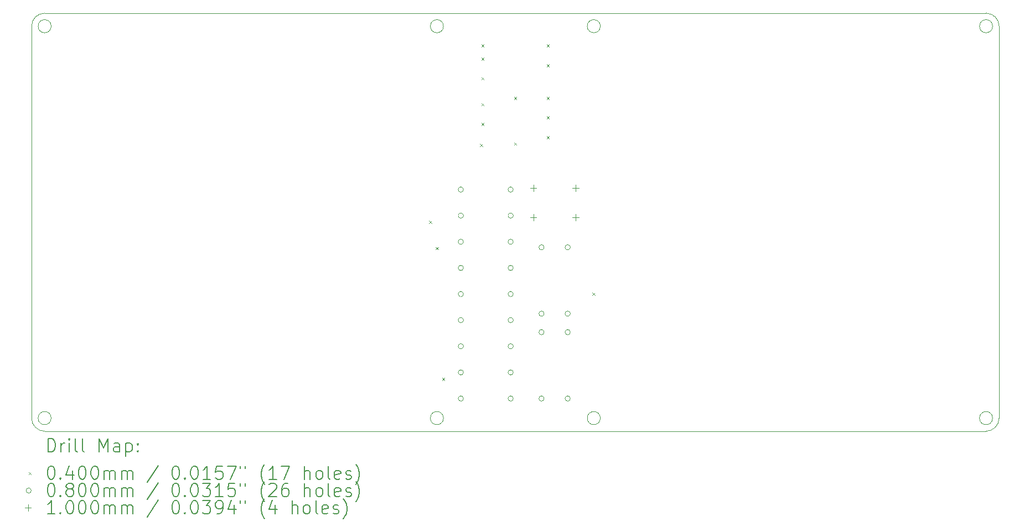
<source format=gbr>
%TF.GenerationSoftware,KiCad,Pcbnew,(6.0.10)*%
%TF.CreationDate,2023-02-27T14:47:55-08:00*%
%TF.ProjectId,Top PCB,546f7020-5043-4422-9e6b-696361645f70,rev?*%
%TF.SameCoordinates,Original*%
%TF.FileFunction,Drillmap*%
%TF.FilePolarity,Positive*%
%FSLAX45Y45*%
G04 Gerber Fmt 4.5, Leading zero omitted, Abs format (unit mm)*
G04 Created by KiCad (PCBNEW (6.0.10)) date 2023-02-27 14:47:55*
%MOMM*%
%LPD*%
G01*
G04 APERTURE LIST*
%ADD10C,0.100000*%
%ADD11C,0.200000*%
%ADD12C,0.040000*%
%ADD13C,0.080000*%
G04 APERTURE END LIST*
D10*
X21900000Y-11500000D02*
G75*
G03*
X22100000Y-11300000I0J200000D01*
G01*
X22000000Y-11300000D02*
G75*
G03*
X22000000Y-11300000I-100000J0D01*
G01*
X22100000Y-5300000D02*
X22100000Y-11300000D01*
X7500000Y-5100000D02*
X21900000Y-5100000D01*
X21900000Y-11500000D02*
X7500000Y-11500000D01*
X13600000Y-5300000D02*
G75*
G03*
X13600000Y-5300000I-100000J0D01*
G01*
X7300000Y-11300000D02*
X7300000Y-5300000D01*
X7500000Y-5100000D02*
G75*
G03*
X7300000Y-5300000I0J-200000D01*
G01*
X13600000Y-11300000D02*
G75*
G03*
X13600000Y-11300000I-100000J0D01*
G01*
X16000000Y-5300000D02*
G75*
G03*
X16000000Y-5300000I-100000J0D01*
G01*
X7300000Y-11300000D02*
G75*
G03*
X7500000Y-11500000I200000J0D01*
G01*
X7600000Y-11300000D02*
G75*
G03*
X7600000Y-11300000I-100000J0D01*
G01*
X22100000Y-5300000D02*
G75*
G03*
X21900000Y-5100000I-200000J0D01*
G01*
X16000000Y-11300000D02*
G75*
G03*
X16000000Y-11300000I-100000J0D01*
G01*
X7600000Y-5300000D02*
G75*
G03*
X7600000Y-5300000I-100000J0D01*
G01*
X22000000Y-5300000D02*
G75*
G03*
X22000000Y-5300000I-100000J0D01*
G01*
D11*
D12*
X13380000Y-8280000D02*
X13420000Y-8320000D01*
X13420000Y-8280000D02*
X13380000Y-8320000D01*
X13480000Y-8680000D02*
X13520000Y-8720000D01*
X13520000Y-8680000D02*
X13480000Y-8720000D01*
X13580000Y-10680000D02*
X13620000Y-10720000D01*
X13620000Y-10680000D02*
X13580000Y-10720000D01*
X14156926Y-7103074D02*
X14196926Y-7143074D01*
X14196926Y-7103074D02*
X14156926Y-7143074D01*
X14180000Y-5580000D02*
X14220000Y-5620000D01*
X14220000Y-5580000D02*
X14180000Y-5620000D01*
X14180000Y-5780000D02*
X14220000Y-5820000D01*
X14220000Y-5780000D02*
X14180000Y-5820000D01*
X14180000Y-6080000D02*
X14220000Y-6120000D01*
X14220000Y-6080000D02*
X14180000Y-6120000D01*
X14180000Y-6480000D02*
X14220000Y-6520000D01*
X14220000Y-6480000D02*
X14180000Y-6520000D01*
X14180000Y-6780000D02*
X14220000Y-6820000D01*
X14220000Y-6780000D02*
X14180000Y-6820000D01*
X14680000Y-6380000D02*
X14720000Y-6420000D01*
X14720000Y-6380000D02*
X14680000Y-6420000D01*
X14680000Y-7080000D02*
X14720000Y-7120000D01*
X14720000Y-7080000D02*
X14680000Y-7120000D01*
X15180000Y-5580000D02*
X15220000Y-5620000D01*
X15220000Y-5580000D02*
X15180000Y-5620000D01*
X15180000Y-5880000D02*
X15220000Y-5920000D01*
X15220000Y-5880000D02*
X15180000Y-5920000D01*
X15180000Y-6380000D02*
X15220000Y-6420000D01*
X15220000Y-6380000D02*
X15180000Y-6420000D01*
X15180000Y-6680000D02*
X15220000Y-6720000D01*
X15220000Y-6680000D02*
X15180000Y-6720000D01*
X15180000Y-6980000D02*
X15220000Y-7020000D01*
X15220000Y-6980000D02*
X15180000Y-7020000D01*
X15880000Y-9380000D02*
X15920000Y-9420000D01*
X15920000Y-9380000D02*
X15880000Y-9420000D01*
D13*
X13906000Y-7800000D02*
G75*
G03*
X13906000Y-7800000I-40000J0D01*
G01*
X13906000Y-8200000D02*
G75*
G03*
X13906000Y-8200000I-40000J0D01*
G01*
X13906000Y-8600000D02*
G75*
G03*
X13906000Y-8600000I-40000J0D01*
G01*
X13906000Y-9000000D02*
G75*
G03*
X13906000Y-9000000I-40000J0D01*
G01*
X13906000Y-9400000D02*
G75*
G03*
X13906000Y-9400000I-40000J0D01*
G01*
X13906000Y-9800000D02*
G75*
G03*
X13906000Y-9800000I-40000J0D01*
G01*
X13906000Y-10200000D02*
G75*
G03*
X13906000Y-10200000I-40000J0D01*
G01*
X13906000Y-10600000D02*
G75*
G03*
X13906000Y-10600000I-40000J0D01*
G01*
X13906000Y-11000000D02*
G75*
G03*
X13906000Y-11000000I-40000J0D01*
G01*
X14668000Y-7800000D02*
G75*
G03*
X14668000Y-7800000I-40000J0D01*
G01*
X14668000Y-8200000D02*
G75*
G03*
X14668000Y-8200000I-40000J0D01*
G01*
X14668000Y-8600000D02*
G75*
G03*
X14668000Y-8600000I-40000J0D01*
G01*
X14668000Y-9000000D02*
G75*
G03*
X14668000Y-9000000I-40000J0D01*
G01*
X14668000Y-9400000D02*
G75*
G03*
X14668000Y-9400000I-40000J0D01*
G01*
X14668000Y-9800000D02*
G75*
G03*
X14668000Y-9800000I-40000J0D01*
G01*
X14668000Y-10200000D02*
G75*
G03*
X14668000Y-10200000I-40000J0D01*
G01*
X14668000Y-10600000D02*
G75*
G03*
X14668000Y-10600000I-40000J0D01*
G01*
X14668000Y-11000000D02*
G75*
G03*
X14668000Y-11000000I-40000J0D01*
G01*
X15140000Y-8684000D02*
G75*
G03*
X15140000Y-8684000I-40000J0D01*
G01*
X15140000Y-9700000D02*
G75*
G03*
X15140000Y-9700000I-40000J0D01*
G01*
X15140000Y-9984000D02*
G75*
G03*
X15140000Y-9984000I-40000J0D01*
G01*
X15140000Y-11000000D02*
G75*
G03*
X15140000Y-11000000I-40000J0D01*
G01*
X15540000Y-8684000D02*
G75*
G03*
X15540000Y-8684000I-40000J0D01*
G01*
X15540000Y-9700000D02*
G75*
G03*
X15540000Y-9700000I-40000J0D01*
G01*
X15540000Y-9984000D02*
G75*
G03*
X15540000Y-9984000I-40000J0D01*
G01*
X15540000Y-11000000D02*
G75*
G03*
X15540000Y-11000000I-40000J0D01*
G01*
D10*
X14975000Y-7725000D02*
X14975000Y-7825000D01*
X14925000Y-7775000D02*
X15025000Y-7775000D01*
X14975000Y-8175000D02*
X14975000Y-8275000D01*
X14925000Y-8225000D02*
X15025000Y-8225000D01*
X15625000Y-7725000D02*
X15625000Y-7825000D01*
X15575000Y-7775000D02*
X15675000Y-7775000D01*
X15625000Y-8175000D02*
X15625000Y-8275000D01*
X15575000Y-8225000D02*
X15675000Y-8225000D01*
D11*
X7552619Y-11815476D02*
X7552619Y-11615476D01*
X7600238Y-11615476D01*
X7628809Y-11625000D01*
X7647857Y-11644048D01*
X7657381Y-11663095D01*
X7666905Y-11701190D01*
X7666905Y-11729762D01*
X7657381Y-11767857D01*
X7647857Y-11786905D01*
X7628809Y-11805952D01*
X7600238Y-11815476D01*
X7552619Y-11815476D01*
X7752619Y-11815476D02*
X7752619Y-11682143D01*
X7752619Y-11720238D02*
X7762143Y-11701190D01*
X7771667Y-11691667D01*
X7790714Y-11682143D01*
X7809762Y-11682143D01*
X7876428Y-11815476D02*
X7876428Y-11682143D01*
X7876428Y-11615476D02*
X7866905Y-11625000D01*
X7876428Y-11634524D01*
X7885952Y-11625000D01*
X7876428Y-11615476D01*
X7876428Y-11634524D01*
X8000238Y-11815476D02*
X7981190Y-11805952D01*
X7971667Y-11786905D01*
X7971667Y-11615476D01*
X8105000Y-11815476D02*
X8085952Y-11805952D01*
X8076428Y-11786905D01*
X8076428Y-11615476D01*
X8333571Y-11815476D02*
X8333571Y-11615476D01*
X8400238Y-11758333D01*
X8466905Y-11615476D01*
X8466905Y-11815476D01*
X8647857Y-11815476D02*
X8647857Y-11710714D01*
X8638333Y-11691667D01*
X8619286Y-11682143D01*
X8581190Y-11682143D01*
X8562143Y-11691667D01*
X8647857Y-11805952D02*
X8628810Y-11815476D01*
X8581190Y-11815476D01*
X8562143Y-11805952D01*
X8552619Y-11786905D01*
X8552619Y-11767857D01*
X8562143Y-11748809D01*
X8581190Y-11739286D01*
X8628810Y-11739286D01*
X8647857Y-11729762D01*
X8743095Y-11682143D02*
X8743095Y-11882143D01*
X8743095Y-11691667D02*
X8762143Y-11682143D01*
X8800238Y-11682143D01*
X8819286Y-11691667D01*
X8828810Y-11701190D01*
X8838333Y-11720238D01*
X8838333Y-11777381D01*
X8828810Y-11796428D01*
X8819286Y-11805952D01*
X8800238Y-11815476D01*
X8762143Y-11815476D01*
X8743095Y-11805952D01*
X8924048Y-11796428D02*
X8933571Y-11805952D01*
X8924048Y-11815476D01*
X8914524Y-11805952D01*
X8924048Y-11796428D01*
X8924048Y-11815476D01*
X8924048Y-11691667D02*
X8933571Y-11701190D01*
X8924048Y-11710714D01*
X8914524Y-11701190D01*
X8924048Y-11691667D01*
X8924048Y-11710714D01*
D12*
X7255000Y-12125000D02*
X7295000Y-12165000D01*
X7295000Y-12125000D02*
X7255000Y-12165000D01*
D11*
X7590714Y-12035476D02*
X7609762Y-12035476D01*
X7628809Y-12045000D01*
X7638333Y-12054524D01*
X7647857Y-12073571D01*
X7657381Y-12111667D01*
X7657381Y-12159286D01*
X7647857Y-12197381D01*
X7638333Y-12216428D01*
X7628809Y-12225952D01*
X7609762Y-12235476D01*
X7590714Y-12235476D01*
X7571667Y-12225952D01*
X7562143Y-12216428D01*
X7552619Y-12197381D01*
X7543095Y-12159286D01*
X7543095Y-12111667D01*
X7552619Y-12073571D01*
X7562143Y-12054524D01*
X7571667Y-12045000D01*
X7590714Y-12035476D01*
X7743095Y-12216428D02*
X7752619Y-12225952D01*
X7743095Y-12235476D01*
X7733571Y-12225952D01*
X7743095Y-12216428D01*
X7743095Y-12235476D01*
X7924048Y-12102143D02*
X7924048Y-12235476D01*
X7876428Y-12025952D02*
X7828809Y-12168809D01*
X7952619Y-12168809D01*
X8066905Y-12035476D02*
X8085952Y-12035476D01*
X8105000Y-12045000D01*
X8114524Y-12054524D01*
X8124048Y-12073571D01*
X8133571Y-12111667D01*
X8133571Y-12159286D01*
X8124048Y-12197381D01*
X8114524Y-12216428D01*
X8105000Y-12225952D01*
X8085952Y-12235476D01*
X8066905Y-12235476D01*
X8047857Y-12225952D01*
X8038333Y-12216428D01*
X8028809Y-12197381D01*
X8019286Y-12159286D01*
X8019286Y-12111667D01*
X8028809Y-12073571D01*
X8038333Y-12054524D01*
X8047857Y-12045000D01*
X8066905Y-12035476D01*
X8257381Y-12035476D02*
X8276428Y-12035476D01*
X8295476Y-12045000D01*
X8305000Y-12054524D01*
X8314524Y-12073571D01*
X8324048Y-12111667D01*
X8324048Y-12159286D01*
X8314524Y-12197381D01*
X8305000Y-12216428D01*
X8295476Y-12225952D01*
X8276428Y-12235476D01*
X8257381Y-12235476D01*
X8238333Y-12225952D01*
X8228809Y-12216428D01*
X8219286Y-12197381D01*
X8209762Y-12159286D01*
X8209762Y-12111667D01*
X8219286Y-12073571D01*
X8228809Y-12054524D01*
X8238333Y-12045000D01*
X8257381Y-12035476D01*
X8409762Y-12235476D02*
X8409762Y-12102143D01*
X8409762Y-12121190D02*
X8419286Y-12111667D01*
X8438333Y-12102143D01*
X8466905Y-12102143D01*
X8485952Y-12111667D01*
X8495476Y-12130714D01*
X8495476Y-12235476D01*
X8495476Y-12130714D02*
X8505000Y-12111667D01*
X8524048Y-12102143D01*
X8552619Y-12102143D01*
X8571667Y-12111667D01*
X8581190Y-12130714D01*
X8581190Y-12235476D01*
X8676429Y-12235476D02*
X8676429Y-12102143D01*
X8676429Y-12121190D02*
X8685952Y-12111667D01*
X8705000Y-12102143D01*
X8733571Y-12102143D01*
X8752619Y-12111667D01*
X8762143Y-12130714D01*
X8762143Y-12235476D01*
X8762143Y-12130714D02*
X8771667Y-12111667D01*
X8790714Y-12102143D01*
X8819286Y-12102143D01*
X8838333Y-12111667D01*
X8847857Y-12130714D01*
X8847857Y-12235476D01*
X9238333Y-12025952D02*
X9066905Y-12283095D01*
X9495476Y-12035476D02*
X9514524Y-12035476D01*
X9533571Y-12045000D01*
X9543095Y-12054524D01*
X9552619Y-12073571D01*
X9562143Y-12111667D01*
X9562143Y-12159286D01*
X9552619Y-12197381D01*
X9543095Y-12216428D01*
X9533571Y-12225952D01*
X9514524Y-12235476D01*
X9495476Y-12235476D01*
X9476429Y-12225952D01*
X9466905Y-12216428D01*
X9457381Y-12197381D01*
X9447857Y-12159286D01*
X9447857Y-12111667D01*
X9457381Y-12073571D01*
X9466905Y-12054524D01*
X9476429Y-12045000D01*
X9495476Y-12035476D01*
X9647857Y-12216428D02*
X9657381Y-12225952D01*
X9647857Y-12235476D01*
X9638333Y-12225952D01*
X9647857Y-12216428D01*
X9647857Y-12235476D01*
X9781190Y-12035476D02*
X9800238Y-12035476D01*
X9819286Y-12045000D01*
X9828810Y-12054524D01*
X9838333Y-12073571D01*
X9847857Y-12111667D01*
X9847857Y-12159286D01*
X9838333Y-12197381D01*
X9828810Y-12216428D01*
X9819286Y-12225952D01*
X9800238Y-12235476D01*
X9781190Y-12235476D01*
X9762143Y-12225952D01*
X9752619Y-12216428D01*
X9743095Y-12197381D01*
X9733571Y-12159286D01*
X9733571Y-12111667D01*
X9743095Y-12073571D01*
X9752619Y-12054524D01*
X9762143Y-12045000D01*
X9781190Y-12035476D01*
X10038333Y-12235476D02*
X9924048Y-12235476D01*
X9981190Y-12235476D02*
X9981190Y-12035476D01*
X9962143Y-12064048D01*
X9943095Y-12083095D01*
X9924048Y-12092619D01*
X10219286Y-12035476D02*
X10124048Y-12035476D01*
X10114524Y-12130714D01*
X10124048Y-12121190D01*
X10143095Y-12111667D01*
X10190714Y-12111667D01*
X10209762Y-12121190D01*
X10219286Y-12130714D01*
X10228810Y-12149762D01*
X10228810Y-12197381D01*
X10219286Y-12216428D01*
X10209762Y-12225952D01*
X10190714Y-12235476D01*
X10143095Y-12235476D01*
X10124048Y-12225952D01*
X10114524Y-12216428D01*
X10295476Y-12035476D02*
X10428810Y-12035476D01*
X10343095Y-12235476D01*
X10495476Y-12035476D02*
X10495476Y-12073571D01*
X10571667Y-12035476D02*
X10571667Y-12073571D01*
X10866905Y-12311667D02*
X10857381Y-12302143D01*
X10838333Y-12273571D01*
X10828810Y-12254524D01*
X10819286Y-12225952D01*
X10809762Y-12178333D01*
X10809762Y-12140238D01*
X10819286Y-12092619D01*
X10828810Y-12064048D01*
X10838333Y-12045000D01*
X10857381Y-12016428D01*
X10866905Y-12006905D01*
X11047857Y-12235476D02*
X10933571Y-12235476D01*
X10990714Y-12235476D02*
X10990714Y-12035476D01*
X10971667Y-12064048D01*
X10952619Y-12083095D01*
X10933571Y-12092619D01*
X11114524Y-12035476D02*
X11247857Y-12035476D01*
X11162143Y-12235476D01*
X11476428Y-12235476D02*
X11476428Y-12035476D01*
X11562143Y-12235476D02*
X11562143Y-12130714D01*
X11552619Y-12111667D01*
X11533571Y-12102143D01*
X11505000Y-12102143D01*
X11485952Y-12111667D01*
X11476428Y-12121190D01*
X11685952Y-12235476D02*
X11666905Y-12225952D01*
X11657381Y-12216428D01*
X11647857Y-12197381D01*
X11647857Y-12140238D01*
X11657381Y-12121190D01*
X11666905Y-12111667D01*
X11685952Y-12102143D01*
X11714524Y-12102143D01*
X11733571Y-12111667D01*
X11743095Y-12121190D01*
X11752619Y-12140238D01*
X11752619Y-12197381D01*
X11743095Y-12216428D01*
X11733571Y-12225952D01*
X11714524Y-12235476D01*
X11685952Y-12235476D01*
X11866905Y-12235476D02*
X11847857Y-12225952D01*
X11838333Y-12206905D01*
X11838333Y-12035476D01*
X12019286Y-12225952D02*
X12000238Y-12235476D01*
X11962143Y-12235476D01*
X11943095Y-12225952D01*
X11933571Y-12206905D01*
X11933571Y-12130714D01*
X11943095Y-12111667D01*
X11962143Y-12102143D01*
X12000238Y-12102143D01*
X12019286Y-12111667D01*
X12028809Y-12130714D01*
X12028809Y-12149762D01*
X11933571Y-12168809D01*
X12105000Y-12225952D02*
X12124048Y-12235476D01*
X12162143Y-12235476D01*
X12181190Y-12225952D01*
X12190714Y-12206905D01*
X12190714Y-12197381D01*
X12181190Y-12178333D01*
X12162143Y-12168809D01*
X12133571Y-12168809D01*
X12114524Y-12159286D01*
X12105000Y-12140238D01*
X12105000Y-12130714D01*
X12114524Y-12111667D01*
X12133571Y-12102143D01*
X12162143Y-12102143D01*
X12181190Y-12111667D01*
X12257381Y-12311667D02*
X12266905Y-12302143D01*
X12285952Y-12273571D01*
X12295476Y-12254524D01*
X12305000Y-12225952D01*
X12314524Y-12178333D01*
X12314524Y-12140238D01*
X12305000Y-12092619D01*
X12295476Y-12064048D01*
X12285952Y-12045000D01*
X12266905Y-12016428D01*
X12257381Y-12006905D01*
D13*
X7295000Y-12409000D02*
G75*
G03*
X7295000Y-12409000I-40000J0D01*
G01*
D11*
X7590714Y-12299476D02*
X7609762Y-12299476D01*
X7628809Y-12309000D01*
X7638333Y-12318524D01*
X7647857Y-12337571D01*
X7657381Y-12375667D01*
X7657381Y-12423286D01*
X7647857Y-12461381D01*
X7638333Y-12480428D01*
X7628809Y-12489952D01*
X7609762Y-12499476D01*
X7590714Y-12499476D01*
X7571667Y-12489952D01*
X7562143Y-12480428D01*
X7552619Y-12461381D01*
X7543095Y-12423286D01*
X7543095Y-12375667D01*
X7552619Y-12337571D01*
X7562143Y-12318524D01*
X7571667Y-12309000D01*
X7590714Y-12299476D01*
X7743095Y-12480428D02*
X7752619Y-12489952D01*
X7743095Y-12499476D01*
X7733571Y-12489952D01*
X7743095Y-12480428D01*
X7743095Y-12499476D01*
X7866905Y-12385190D02*
X7847857Y-12375667D01*
X7838333Y-12366143D01*
X7828809Y-12347095D01*
X7828809Y-12337571D01*
X7838333Y-12318524D01*
X7847857Y-12309000D01*
X7866905Y-12299476D01*
X7905000Y-12299476D01*
X7924048Y-12309000D01*
X7933571Y-12318524D01*
X7943095Y-12337571D01*
X7943095Y-12347095D01*
X7933571Y-12366143D01*
X7924048Y-12375667D01*
X7905000Y-12385190D01*
X7866905Y-12385190D01*
X7847857Y-12394714D01*
X7838333Y-12404238D01*
X7828809Y-12423286D01*
X7828809Y-12461381D01*
X7838333Y-12480428D01*
X7847857Y-12489952D01*
X7866905Y-12499476D01*
X7905000Y-12499476D01*
X7924048Y-12489952D01*
X7933571Y-12480428D01*
X7943095Y-12461381D01*
X7943095Y-12423286D01*
X7933571Y-12404238D01*
X7924048Y-12394714D01*
X7905000Y-12385190D01*
X8066905Y-12299476D02*
X8085952Y-12299476D01*
X8105000Y-12309000D01*
X8114524Y-12318524D01*
X8124048Y-12337571D01*
X8133571Y-12375667D01*
X8133571Y-12423286D01*
X8124048Y-12461381D01*
X8114524Y-12480428D01*
X8105000Y-12489952D01*
X8085952Y-12499476D01*
X8066905Y-12499476D01*
X8047857Y-12489952D01*
X8038333Y-12480428D01*
X8028809Y-12461381D01*
X8019286Y-12423286D01*
X8019286Y-12375667D01*
X8028809Y-12337571D01*
X8038333Y-12318524D01*
X8047857Y-12309000D01*
X8066905Y-12299476D01*
X8257381Y-12299476D02*
X8276428Y-12299476D01*
X8295476Y-12309000D01*
X8305000Y-12318524D01*
X8314524Y-12337571D01*
X8324048Y-12375667D01*
X8324048Y-12423286D01*
X8314524Y-12461381D01*
X8305000Y-12480428D01*
X8295476Y-12489952D01*
X8276428Y-12499476D01*
X8257381Y-12499476D01*
X8238333Y-12489952D01*
X8228809Y-12480428D01*
X8219286Y-12461381D01*
X8209762Y-12423286D01*
X8209762Y-12375667D01*
X8219286Y-12337571D01*
X8228809Y-12318524D01*
X8238333Y-12309000D01*
X8257381Y-12299476D01*
X8409762Y-12499476D02*
X8409762Y-12366143D01*
X8409762Y-12385190D02*
X8419286Y-12375667D01*
X8438333Y-12366143D01*
X8466905Y-12366143D01*
X8485952Y-12375667D01*
X8495476Y-12394714D01*
X8495476Y-12499476D01*
X8495476Y-12394714D02*
X8505000Y-12375667D01*
X8524048Y-12366143D01*
X8552619Y-12366143D01*
X8571667Y-12375667D01*
X8581190Y-12394714D01*
X8581190Y-12499476D01*
X8676429Y-12499476D02*
X8676429Y-12366143D01*
X8676429Y-12385190D02*
X8685952Y-12375667D01*
X8705000Y-12366143D01*
X8733571Y-12366143D01*
X8752619Y-12375667D01*
X8762143Y-12394714D01*
X8762143Y-12499476D01*
X8762143Y-12394714D02*
X8771667Y-12375667D01*
X8790714Y-12366143D01*
X8819286Y-12366143D01*
X8838333Y-12375667D01*
X8847857Y-12394714D01*
X8847857Y-12499476D01*
X9238333Y-12289952D02*
X9066905Y-12547095D01*
X9495476Y-12299476D02*
X9514524Y-12299476D01*
X9533571Y-12309000D01*
X9543095Y-12318524D01*
X9552619Y-12337571D01*
X9562143Y-12375667D01*
X9562143Y-12423286D01*
X9552619Y-12461381D01*
X9543095Y-12480428D01*
X9533571Y-12489952D01*
X9514524Y-12499476D01*
X9495476Y-12499476D01*
X9476429Y-12489952D01*
X9466905Y-12480428D01*
X9457381Y-12461381D01*
X9447857Y-12423286D01*
X9447857Y-12375667D01*
X9457381Y-12337571D01*
X9466905Y-12318524D01*
X9476429Y-12309000D01*
X9495476Y-12299476D01*
X9647857Y-12480428D02*
X9657381Y-12489952D01*
X9647857Y-12499476D01*
X9638333Y-12489952D01*
X9647857Y-12480428D01*
X9647857Y-12499476D01*
X9781190Y-12299476D02*
X9800238Y-12299476D01*
X9819286Y-12309000D01*
X9828810Y-12318524D01*
X9838333Y-12337571D01*
X9847857Y-12375667D01*
X9847857Y-12423286D01*
X9838333Y-12461381D01*
X9828810Y-12480428D01*
X9819286Y-12489952D01*
X9800238Y-12499476D01*
X9781190Y-12499476D01*
X9762143Y-12489952D01*
X9752619Y-12480428D01*
X9743095Y-12461381D01*
X9733571Y-12423286D01*
X9733571Y-12375667D01*
X9743095Y-12337571D01*
X9752619Y-12318524D01*
X9762143Y-12309000D01*
X9781190Y-12299476D01*
X9914524Y-12299476D02*
X10038333Y-12299476D01*
X9971667Y-12375667D01*
X10000238Y-12375667D01*
X10019286Y-12385190D01*
X10028810Y-12394714D01*
X10038333Y-12413762D01*
X10038333Y-12461381D01*
X10028810Y-12480428D01*
X10019286Y-12489952D01*
X10000238Y-12499476D01*
X9943095Y-12499476D01*
X9924048Y-12489952D01*
X9914524Y-12480428D01*
X10228810Y-12499476D02*
X10114524Y-12499476D01*
X10171667Y-12499476D02*
X10171667Y-12299476D01*
X10152619Y-12328048D01*
X10133571Y-12347095D01*
X10114524Y-12356619D01*
X10409762Y-12299476D02*
X10314524Y-12299476D01*
X10305000Y-12394714D01*
X10314524Y-12385190D01*
X10333571Y-12375667D01*
X10381190Y-12375667D01*
X10400238Y-12385190D01*
X10409762Y-12394714D01*
X10419286Y-12413762D01*
X10419286Y-12461381D01*
X10409762Y-12480428D01*
X10400238Y-12489952D01*
X10381190Y-12499476D01*
X10333571Y-12499476D01*
X10314524Y-12489952D01*
X10305000Y-12480428D01*
X10495476Y-12299476D02*
X10495476Y-12337571D01*
X10571667Y-12299476D02*
X10571667Y-12337571D01*
X10866905Y-12575667D02*
X10857381Y-12566143D01*
X10838333Y-12537571D01*
X10828810Y-12518524D01*
X10819286Y-12489952D01*
X10809762Y-12442333D01*
X10809762Y-12404238D01*
X10819286Y-12356619D01*
X10828810Y-12328048D01*
X10838333Y-12309000D01*
X10857381Y-12280428D01*
X10866905Y-12270905D01*
X10933571Y-12318524D02*
X10943095Y-12309000D01*
X10962143Y-12299476D01*
X11009762Y-12299476D01*
X11028810Y-12309000D01*
X11038333Y-12318524D01*
X11047857Y-12337571D01*
X11047857Y-12356619D01*
X11038333Y-12385190D01*
X10924048Y-12499476D01*
X11047857Y-12499476D01*
X11219286Y-12299476D02*
X11181190Y-12299476D01*
X11162143Y-12309000D01*
X11152619Y-12318524D01*
X11133571Y-12347095D01*
X11124048Y-12385190D01*
X11124048Y-12461381D01*
X11133571Y-12480428D01*
X11143095Y-12489952D01*
X11162143Y-12499476D01*
X11200238Y-12499476D01*
X11219286Y-12489952D01*
X11228809Y-12480428D01*
X11238333Y-12461381D01*
X11238333Y-12413762D01*
X11228809Y-12394714D01*
X11219286Y-12385190D01*
X11200238Y-12375667D01*
X11162143Y-12375667D01*
X11143095Y-12385190D01*
X11133571Y-12394714D01*
X11124048Y-12413762D01*
X11476428Y-12499476D02*
X11476428Y-12299476D01*
X11562143Y-12499476D02*
X11562143Y-12394714D01*
X11552619Y-12375667D01*
X11533571Y-12366143D01*
X11505000Y-12366143D01*
X11485952Y-12375667D01*
X11476428Y-12385190D01*
X11685952Y-12499476D02*
X11666905Y-12489952D01*
X11657381Y-12480428D01*
X11647857Y-12461381D01*
X11647857Y-12404238D01*
X11657381Y-12385190D01*
X11666905Y-12375667D01*
X11685952Y-12366143D01*
X11714524Y-12366143D01*
X11733571Y-12375667D01*
X11743095Y-12385190D01*
X11752619Y-12404238D01*
X11752619Y-12461381D01*
X11743095Y-12480428D01*
X11733571Y-12489952D01*
X11714524Y-12499476D01*
X11685952Y-12499476D01*
X11866905Y-12499476D02*
X11847857Y-12489952D01*
X11838333Y-12470905D01*
X11838333Y-12299476D01*
X12019286Y-12489952D02*
X12000238Y-12499476D01*
X11962143Y-12499476D01*
X11943095Y-12489952D01*
X11933571Y-12470905D01*
X11933571Y-12394714D01*
X11943095Y-12375667D01*
X11962143Y-12366143D01*
X12000238Y-12366143D01*
X12019286Y-12375667D01*
X12028809Y-12394714D01*
X12028809Y-12413762D01*
X11933571Y-12432809D01*
X12105000Y-12489952D02*
X12124048Y-12499476D01*
X12162143Y-12499476D01*
X12181190Y-12489952D01*
X12190714Y-12470905D01*
X12190714Y-12461381D01*
X12181190Y-12442333D01*
X12162143Y-12432809D01*
X12133571Y-12432809D01*
X12114524Y-12423286D01*
X12105000Y-12404238D01*
X12105000Y-12394714D01*
X12114524Y-12375667D01*
X12133571Y-12366143D01*
X12162143Y-12366143D01*
X12181190Y-12375667D01*
X12257381Y-12575667D02*
X12266905Y-12566143D01*
X12285952Y-12537571D01*
X12295476Y-12518524D01*
X12305000Y-12489952D01*
X12314524Y-12442333D01*
X12314524Y-12404238D01*
X12305000Y-12356619D01*
X12295476Y-12328048D01*
X12285952Y-12309000D01*
X12266905Y-12280428D01*
X12257381Y-12270905D01*
D10*
X7245000Y-12623000D02*
X7245000Y-12723000D01*
X7195000Y-12673000D02*
X7295000Y-12673000D01*
D11*
X7657381Y-12763476D02*
X7543095Y-12763476D01*
X7600238Y-12763476D02*
X7600238Y-12563476D01*
X7581190Y-12592048D01*
X7562143Y-12611095D01*
X7543095Y-12620619D01*
X7743095Y-12744428D02*
X7752619Y-12753952D01*
X7743095Y-12763476D01*
X7733571Y-12753952D01*
X7743095Y-12744428D01*
X7743095Y-12763476D01*
X7876428Y-12563476D02*
X7895476Y-12563476D01*
X7914524Y-12573000D01*
X7924048Y-12582524D01*
X7933571Y-12601571D01*
X7943095Y-12639667D01*
X7943095Y-12687286D01*
X7933571Y-12725381D01*
X7924048Y-12744428D01*
X7914524Y-12753952D01*
X7895476Y-12763476D01*
X7876428Y-12763476D01*
X7857381Y-12753952D01*
X7847857Y-12744428D01*
X7838333Y-12725381D01*
X7828809Y-12687286D01*
X7828809Y-12639667D01*
X7838333Y-12601571D01*
X7847857Y-12582524D01*
X7857381Y-12573000D01*
X7876428Y-12563476D01*
X8066905Y-12563476D02*
X8085952Y-12563476D01*
X8105000Y-12573000D01*
X8114524Y-12582524D01*
X8124048Y-12601571D01*
X8133571Y-12639667D01*
X8133571Y-12687286D01*
X8124048Y-12725381D01*
X8114524Y-12744428D01*
X8105000Y-12753952D01*
X8085952Y-12763476D01*
X8066905Y-12763476D01*
X8047857Y-12753952D01*
X8038333Y-12744428D01*
X8028809Y-12725381D01*
X8019286Y-12687286D01*
X8019286Y-12639667D01*
X8028809Y-12601571D01*
X8038333Y-12582524D01*
X8047857Y-12573000D01*
X8066905Y-12563476D01*
X8257381Y-12563476D02*
X8276428Y-12563476D01*
X8295476Y-12573000D01*
X8305000Y-12582524D01*
X8314524Y-12601571D01*
X8324048Y-12639667D01*
X8324048Y-12687286D01*
X8314524Y-12725381D01*
X8305000Y-12744428D01*
X8295476Y-12753952D01*
X8276428Y-12763476D01*
X8257381Y-12763476D01*
X8238333Y-12753952D01*
X8228809Y-12744428D01*
X8219286Y-12725381D01*
X8209762Y-12687286D01*
X8209762Y-12639667D01*
X8219286Y-12601571D01*
X8228809Y-12582524D01*
X8238333Y-12573000D01*
X8257381Y-12563476D01*
X8409762Y-12763476D02*
X8409762Y-12630143D01*
X8409762Y-12649190D02*
X8419286Y-12639667D01*
X8438333Y-12630143D01*
X8466905Y-12630143D01*
X8485952Y-12639667D01*
X8495476Y-12658714D01*
X8495476Y-12763476D01*
X8495476Y-12658714D02*
X8505000Y-12639667D01*
X8524048Y-12630143D01*
X8552619Y-12630143D01*
X8571667Y-12639667D01*
X8581190Y-12658714D01*
X8581190Y-12763476D01*
X8676429Y-12763476D02*
X8676429Y-12630143D01*
X8676429Y-12649190D02*
X8685952Y-12639667D01*
X8705000Y-12630143D01*
X8733571Y-12630143D01*
X8752619Y-12639667D01*
X8762143Y-12658714D01*
X8762143Y-12763476D01*
X8762143Y-12658714D02*
X8771667Y-12639667D01*
X8790714Y-12630143D01*
X8819286Y-12630143D01*
X8838333Y-12639667D01*
X8847857Y-12658714D01*
X8847857Y-12763476D01*
X9238333Y-12553952D02*
X9066905Y-12811095D01*
X9495476Y-12563476D02*
X9514524Y-12563476D01*
X9533571Y-12573000D01*
X9543095Y-12582524D01*
X9552619Y-12601571D01*
X9562143Y-12639667D01*
X9562143Y-12687286D01*
X9552619Y-12725381D01*
X9543095Y-12744428D01*
X9533571Y-12753952D01*
X9514524Y-12763476D01*
X9495476Y-12763476D01*
X9476429Y-12753952D01*
X9466905Y-12744428D01*
X9457381Y-12725381D01*
X9447857Y-12687286D01*
X9447857Y-12639667D01*
X9457381Y-12601571D01*
X9466905Y-12582524D01*
X9476429Y-12573000D01*
X9495476Y-12563476D01*
X9647857Y-12744428D02*
X9657381Y-12753952D01*
X9647857Y-12763476D01*
X9638333Y-12753952D01*
X9647857Y-12744428D01*
X9647857Y-12763476D01*
X9781190Y-12563476D02*
X9800238Y-12563476D01*
X9819286Y-12573000D01*
X9828810Y-12582524D01*
X9838333Y-12601571D01*
X9847857Y-12639667D01*
X9847857Y-12687286D01*
X9838333Y-12725381D01*
X9828810Y-12744428D01*
X9819286Y-12753952D01*
X9800238Y-12763476D01*
X9781190Y-12763476D01*
X9762143Y-12753952D01*
X9752619Y-12744428D01*
X9743095Y-12725381D01*
X9733571Y-12687286D01*
X9733571Y-12639667D01*
X9743095Y-12601571D01*
X9752619Y-12582524D01*
X9762143Y-12573000D01*
X9781190Y-12563476D01*
X9914524Y-12563476D02*
X10038333Y-12563476D01*
X9971667Y-12639667D01*
X10000238Y-12639667D01*
X10019286Y-12649190D01*
X10028810Y-12658714D01*
X10038333Y-12677762D01*
X10038333Y-12725381D01*
X10028810Y-12744428D01*
X10019286Y-12753952D01*
X10000238Y-12763476D01*
X9943095Y-12763476D01*
X9924048Y-12753952D01*
X9914524Y-12744428D01*
X10133571Y-12763476D02*
X10171667Y-12763476D01*
X10190714Y-12753952D01*
X10200238Y-12744428D01*
X10219286Y-12715857D01*
X10228810Y-12677762D01*
X10228810Y-12601571D01*
X10219286Y-12582524D01*
X10209762Y-12573000D01*
X10190714Y-12563476D01*
X10152619Y-12563476D01*
X10133571Y-12573000D01*
X10124048Y-12582524D01*
X10114524Y-12601571D01*
X10114524Y-12649190D01*
X10124048Y-12668238D01*
X10133571Y-12677762D01*
X10152619Y-12687286D01*
X10190714Y-12687286D01*
X10209762Y-12677762D01*
X10219286Y-12668238D01*
X10228810Y-12649190D01*
X10400238Y-12630143D02*
X10400238Y-12763476D01*
X10352619Y-12553952D02*
X10305000Y-12696809D01*
X10428810Y-12696809D01*
X10495476Y-12563476D02*
X10495476Y-12601571D01*
X10571667Y-12563476D02*
X10571667Y-12601571D01*
X10866905Y-12839667D02*
X10857381Y-12830143D01*
X10838333Y-12801571D01*
X10828810Y-12782524D01*
X10819286Y-12753952D01*
X10809762Y-12706333D01*
X10809762Y-12668238D01*
X10819286Y-12620619D01*
X10828810Y-12592048D01*
X10838333Y-12573000D01*
X10857381Y-12544428D01*
X10866905Y-12534905D01*
X11028810Y-12630143D02*
X11028810Y-12763476D01*
X10981190Y-12553952D02*
X10933571Y-12696809D01*
X11057381Y-12696809D01*
X11285952Y-12763476D02*
X11285952Y-12563476D01*
X11371667Y-12763476D02*
X11371667Y-12658714D01*
X11362143Y-12639667D01*
X11343095Y-12630143D01*
X11314524Y-12630143D01*
X11295476Y-12639667D01*
X11285952Y-12649190D01*
X11495476Y-12763476D02*
X11476428Y-12753952D01*
X11466905Y-12744428D01*
X11457381Y-12725381D01*
X11457381Y-12668238D01*
X11466905Y-12649190D01*
X11476428Y-12639667D01*
X11495476Y-12630143D01*
X11524048Y-12630143D01*
X11543095Y-12639667D01*
X11552619Y-12649190D01*
X11562143Y-12668238D01*
X11562143Y-12725381D01*
X11552619Y-12744428D01*
X11543095Y-12753952D01*
X11524048Y-12763476D01*
X11495476Y-12763476D01*
X11676428Y-12763476D02*
X11657381Y-12753952D01*
X11647857Y-12734905D01*
X11647857Y-12563476D01*
X11828809Y-12753952D02*
X11809762Y-12763476D01*
X11771667Y-12763476D01*
X11752619Y-12753952D01*
X11743095Y-12734905D01*
X11743095Y-12658714D01*
X11752619Y-12639667D01*
X11771667Y-12630143D01*
X11809762Y-12630143D01*
X11828809Y-12639667D01*
X11838333Y-12658714D01*
X11838333Y-12677762D01*
X11743095Y-12696809D01*
X11914524Y-12753952D02*
X11933571Y-12763476D01*
X11971667Y-12763476D01*
X11990714Y-12753952D01*
X12000238Y-12734905D01*
X12000238Y-12725381D01*
X11990714Y-12706333D01*
X11971667Y-12696809D01*
X11943095Y-12696809D01*
X11924048Y-12687286D01*
X11914524Y-12668238D01*
X11914524Y-12658714D01*
X11924048Y-12639667D01*
X11943095Y-12630143D01*
X11971667Y-12630143D01*
X11990714Y-12639667D01*
X12066905Y-12839667D02*
X12076428Y-12830143D01*
X12095476Y-12801571D01*
X12105000Y-12782524D01*
X12114524Y-12753952D01*
X12124048Y-12706333D01*
X12124048Y-12668238D01*
X12114524Y-12620619D01*
X12105000Y-12592048D01*
X12095476Y-12573000D01*
X12076428Y-12544428D01*
X12066905Y-12534905D01*
M02*

</source>
